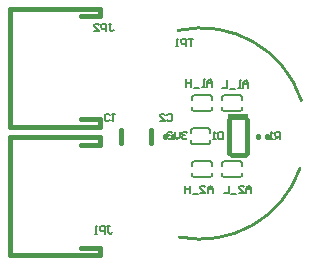
<source format=gbo>
G04 Layer_Color=32896*
%FSLAX25Y25*%
%MOIN*%
G70*
G01*
G75*
%ADD11C,0.01500*%
%ADD23C,0.01000*%
%ADD24C,0.00600*%
%ADD35C,0.00800*%
%ADD36C,0.00500*%
%ADD37R,0.00650X0.02300*%
%ADD38R,0.06700X0.01800*%
%ADD39R,0.00730X0.02560*%
D11*
X332500Y216826D02*
X338799D01*
X332500Y251063D02*
X338799D01*
Y214226D02*
Y216826D01*
Y251063D02*
Y253622D01*
X308800Y214226D02*
X338799D01*
X308800D02*
Y253596D01*
Y253622D02*
X338799D01*
X346079Y251835D02*
Y256165D01*
X355921Y251835D02*
Y256165D01*
X332500Y259700D02*
X338799D01*
X332500Y293937D02*
X338799D01*
Y257100D02*
Y259700D01*
Y293937D02*
Y296496D01*
X308800Y257100D02*
X338799D01*
X308800D02*
Y296470D01*
Y296496D02*
X338799D01*
X382900Y260306D02*
X387100D01*
X382900Y247694D02*
X387100D01*
X387950Y248544D02*
Y259456D01*
X382050Y248544D02*
Y259456D01*
X394575Y253803D02*
Y254197D01*
X391425Y253803D02*
Y254197D01*
X363378Y253803D02*
Y254197D01*
X360622Y253803D02*
Y254197D01*
D23*
X365272Y220350D02*
G03*
X405553Y243159I6978J34650D01*
G01*
X406056Y265853D02*
G03*
X364939Y289278I-33556J-11103D01*
G01*
D24*
X341334Y223999D02*
X342167D01*
X341750D01*
Y221917D01*
X342167Y221500D01*
X342583D01*
X343000Y221917D01*
X340501Y221500D02*
Y223999D01*
X339251D01*
X338835Y223583D01*
Y222750D01*
X339251Y222333D01*
X340501D01*
X338002Y221500D02*
X337169D01*
X337585D01*
Y223999D01*
X338002Y223583D01*
X342166Y259417D02*
X341750Y259001D01*
X340916D01*
X340500Y259417D01*
Y261084D01*
X340916Y261500D01*
X341750D01*
X342166Y261084D01*
X342999Y261500D02*
X343832D01*
X343416D01*
Y259001D01*
X342999Y259417D01*
X341834Y291499D02*
X342667D01*
X342250D01*
Y289417D01*
X342667Y289000D01*
X343084D01*
X343500Y289417D01*
X341001Y289000D02*
Y291499D01*
X339751D01*
X339335Y291083D01*
Y290250D01*
X339751Y289833D01*
X341001D01*
X336836Y289000D02*
X338502D01*
X336836Y290666D01*
Y291083D01*
X337252Y291499D01*
X338085D01*
X338502Y291083D01*
X389400Y235000D02*
Y236666D01*
X388567Y237499D01*
X387734Y236666D01*
Y235000D01*
Y236250D01*
X389400D01*
X385235Y235000D02*
X386901D01*
X385235Y236666D01*
Y237083D01*
X385651Y237499D01*
X386484D01*
X386901Y237083D01*
X384402Y234583D02*
X382735D01*
X381902Y237499D02*
Y235000D01*
X380236D01*
X376500D02*
Y236666D01*
X375667Y237499D01*
X374834Y236666D01*
Y235000D01*
Y236250D01*
X376500D01*
X372335Y235000D02*
X374001D01*
X372335Y236666D01*
Y237083D01*
X372751Y237499D01*
X373584D01*
X374001Y237083D01*
X371502Y234583D02*
X369835D01*
X369002Y237499D02*
Y235000D01*
Y236250D01*
X367336D01*
Y237499D01*
Y235000D01*
X388400Y270200D02*
Y271866D01*
X387567Y272699D01*
X386734Y271866D01*
Y270200D01*
Y271450D01*
X388400D01*
X385901Y270200D02*
X385068D01*
X385484D01*
Y272699D01*
X385901Y272283D01*
X383818Y269783D02*
X382152D01*
X381319Y272699D02*
Y270200D01*
X379653D01*
X376400Y270500D02*
Y272166D01*
X375567Y272999D01*
X374734Y272166D01*
Y270500D01*
Y271750D01*
X376400D01*
X373901Y270500D02*
X373068D01*
X373484D01*
Y272999D01*
X373901Y272583D01*
X371818Y270083D02*
X370152D01*
X369319Y272999D02*
Y270500D01*
Y271750D01*
X367653D01*
Y272999D01*
Y270500D01*
X368000Y255083D02*
X367583Y255499D01*
X366750D01*
X366334Y255083D01*
Y254666D01*
X366750Y254250D01*
X367167D01*
X366750D01*
X366334Y253833D01*
Y253416D01*
X366750Y253000D01*
X367583D01*
X368000Y253416D01*
X365501Y255499D02*
Y253833D01*
X364668Y253000D01*
X363835Y253833D01*
Y255499D01*
X363002Y255083D02*
X362585Y255499D01*
X361752D01*
X361335Y255083D01*
Y254666D01*
X361752Y254250D01*
X362169D01*
X361752D01*
X361335Y253833D01*
Y253416D01*
X361752Y253000D01*
X362585D01*
X363002Y253416D01*
X380000Y255499D02*
Y253000D01*
X378750D01*
X378334Y253416D01*
Y255083D01*
X378750Y255499D01*
X380000D01*
X377501Y253000D02*
X376668D01*
X377084D01*
Y255499D01*
X377501Y255083D01*
X399000Y253000D02*
Y255499D01*
X397750D01*
X397334Y255083D01*
Y254250D01*
X397750Y253833D01*
X399000D01*
X398167D02*
X397334Y253000D01*
X396501D02*
X395668D01*
X396084D01*
Y255499D01*
X396501Y255083D01*
X370000Y286499D02*
X368334D01*
X369167D01*
Y284000D01*
X367501D02*
Y286499D01*
X366251D01*
X365835Y286083D01*
Y285250D01*
X366251Y284833D01*
X367501D01*
X365002Y284000D02*
X364169D01*
X364585D01*
Y286499D01*
X365002Y286083D01*
X361334Y261083D02*
X361750Y261499D01*
X362583D01*
X363000Y261083D01*
Y259417D01*
X362583Y259000D01*
X361750D01*
X361334Y259417D01*
X358835Y259000D02*
X360501D01*
X358835Y260666D01*
Y261083D01*
X359251Y261499D01*
X360084D01*
X360501Y261083D01*
D35*
X387950Y259456D02*
G03*
X387100Y260306I-850J0D01*
G01*
X382900D02*
G03*
X382050Y259456I0J-850D01*
G01*
X387100Y247694D02*
G03*
X387950Y248544I0J850D01*
G01*
X382050D02*
G03*
X382900Y247694I850J0D01*
G01*
D36*
X385750Y240250D02*
X386200Y240700D01*
Y241750D01*
X380250Y240250D02*
X385750D01*
X379700Y240800D02*
X380250Y240250D01*
X379700Y240800D02*
Y241750D01*
Y245000D02*
X380400Y245700D01*
X379700Y244200D02*
Y245000D01*
X380400Y245700D02*
X385500D01*
X386200Y245000D01*
Y244200D02*
Y245000D01*
X376200Y244200D02*
Y245000D01*
X375500Y245700D02*
X376200Y245000D01*
X370400Y245700D02*
X375500D01*
X369700Y244200D02*
Y245000D01*
X370400Y245700D01*
X369700Y240800D02*
Y241750D01*
Y240800D02*
X370250Y240250D01*
X375750D01*
X376200Y240700D02*
Y241750D01*
X375750Y240250D02*
X376200Y240700D01*
X385750Y262250D02*
X386200Y262700D01*
Y263750D01*
X380250Y262250D02*
X385750D01*
X379700Y262800D02*
X380250Y262250D01*
X379700Y262800D02*
Y263750D01*
Y267000D02*
X380400Y267700D01*
X379700Y266200D02*
Y267000D01*
X380400Y267700D02*
X385500D01*
X386200Y267000D01*
Y266200D02*
Y267000D01*
X376200Y266200D02*
Y267000D01*
X375500Y267700D02*
X376200Y267000D01*
X370400Y267700D02*
X375500D01*
X369700Y266200D02*
Y267000D01*
X370400Y267700D01*
X369700Y262800D02*
Y263750D01*
Y262800D02*
X370250Y262250D01*
X375750D01*
X376200Y262700D02*
Y263750D01*
X375750Y262250D02*
X376200Y262700D01*
X375250Y251250D02*
X375700Y251700D01*
Y252750D01*
X369750Y251250D02*
X375250D01*
X369200Y251800D02*
X369750Y251250D01*
X369200Y251800D02*
Y252750D01*
Y256000D02*
X369900Y256700D01*
X369200Y255200D02*
Y256000D01*
X369900Y256700D02*
X375000D01*
X375700Y256000D01*
Y255200D02*
Y256000D01*
D37*
X388025Y259867D02*
D03*
D38*
X385000Y260867D02*
D03*
D39*
X382015Y259737D02*
D03*
M02*

</source>
